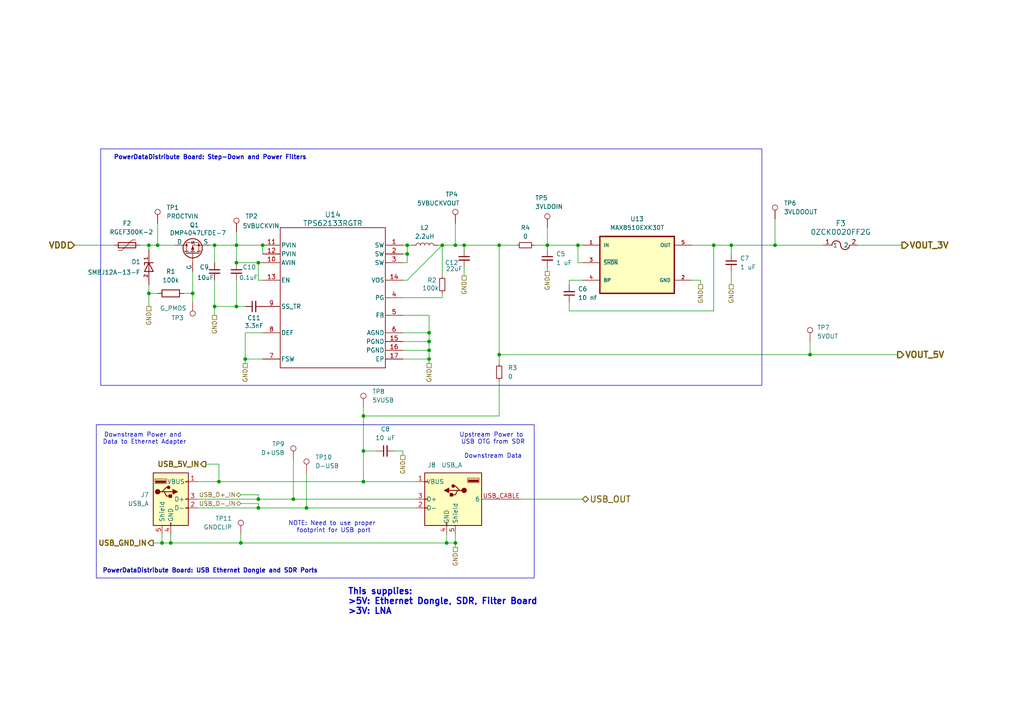
<source format=kicad_sch>
(kicad_sch (version 20231120) (generator "eeschema") (generator_version "8.0")
  (paper "A4")
  (title_block (title "PowerDataDistribute") (date "2025-03-30") (rev "Version 2.1"))
  (lib_symbols
    (symbol "Connector:TestPoint" (pin_numbers hide) (pin_names (offset 0.762) hide)
      (property "Reference" "TP" (at 0 6.858 0))
      (property "Value" "TestPoint" (at 0 5.08 0))
      (symbol "TestPoint_0_1"
        (circle (center 0 3.302) (radius 0.762))
      )
      (symbol "TestPoint_1_1"
        (pin passive line (at 0 0 90) (length 2.54) (name "1") (number "1"))
      )
    )
    (symbol "Connector:USB_A" (pin_names (offset 1.016))
      (property "Reference" "J" (at -5.08 11.43 0))
      (property "Value" "USB_A" (at -5.08 8.89 0))
      (symbol "USB_A_0_1"
        (rectangle (start -5.08 -7.62) (end 5.08 7.62) (stroke (width 0.254)) (fill (type background)))
        (circle (center -3.81 2.159) (radius 0.635) (stroke (width 0.254)) (fill (type outline)))
        (rectangle (start -1.524 4.826) (end -4.318 5.334) (fill (type outline)))
        (rectangle (start -1.27 4.572) (end -4.572 5.842))
        (circle (center -0.635 3.429) (radius 0.381) (stroke (width 0.254)) (fill (type outline)))
        (rectangle (start -0.127 -7.62) (end 0.127 -6.858))
        (polyline (pts (xy -3.175 2.159) (xy -2.54 2.159) (xy -1.27 3.429) (xy -0.635 3.429)) (stroke (width 0.254)))
        (polyline (pts (xy -2.54 2.159) (xy -1.905 2.159) (xy -1.27 0.889) (xy 0 0.889)) (stroke (width 0.254)))
        (polyline (pts (xy 0.635 2.794) (xy 0.635 1.524) (xy 1.905 2.159) (xy 0.635 2.794)) (stroke (width 0.254)) (fill (type outline)))
        (rectangle (start 0.254 1.27) (end -0.508 0.508) (stroke (width 0.254)) (fill (type outline)))
        (rectangle (start 5.08 -2.667) (end 4.318 -2.413))
        (rectangle (start 5.08 -0.127) (end 4.318 0.127))
        (rectangle (start 5.08 4.953) (end 4.318 5.207))
      )
      (symbol "USB_A_1_1"
        (polyline (pts (xy -1.905 2.159) (xy 0.635 2.159)) (stroke (width 0.254)))
        (pin power_in line (at 7.62 5.08 180) (length 2.54) (name "VBUS") (number "1"))
        (pin bidirectional line (at 7.62 -2.54 180) (length 2.54) (name "D-") (number "2"))
        (pin bidirectional line (at 7.62 0 180) (length 2.54) (name "D+") (number "3"))
        (pin power_in line (at 0 -10.16 90) (length 2.54) (name "GND") (number "4"))
        (pin passive line (at -2.54 -10.16 90) (length 2.54) (name "Shield") (number "5"))
      )
    )
    (symbol "Device:C_Small" (pin_numbers hide) (pin_names (offset 0.254) hide)
      (property "Reference" "C" (at 0.254 1.778 0))
      (property "Value" "C_Small" (at 0.254 -2.032 0))
      (symbol "C_Small_0_1"
        (polyline (pts (xy -1.524 -0.508) (xy 1.524 -0.508)) (stroke (width 0.3302)))
        (polyline (pts (xy -1.524 0.508) (xy 1.524 0.508)) (stroke (width 0.3048)))
      )
      (symbol "C_Small_1_1"
        (pin passive line (at 0 2.54 270) (length 2.032) (name "~") (number "1"))
        (pin passive line (at 0 -2.54 90) (length 2.032) (name "~") (number "2"))
      )
    )
    (symbol "Device:L" (pin_numbers hide) (pin_names (offset 1.016) hide)
      (property "Reference" "L" (at -1.27 0 90))
      (property "Value" "L" (at 1.905 0 90))
      (symbol "L_0_1"
        (arc (start 0 -2.54) (mid 0.6323 -1.905) (end 0 -1.27))
        (arc (start 0 -1.27) (mid 0.6323 -0.635) (end 0 0))
        (arc (start 0 0) (mid 0.6323 0.635) (end 0 1.27))
        (arc (start 0 1.27) (mid 0.6323 1.905) (end 0 2.54))
      )
      (symbol "L_1_1"
        (pin passive line (at 0 3.81 270) (length 1.27) (name "1") (number "1"))
        (pin passive line (at 0 -3.81 90) (length 1.27) (name "2") (number "2"))
      )
    )
    (symbol "Device:Polyfuse" (pin_numbers hide) (pin_names (offset 0))
      (property "Reference" "F" (at -2.54 0 90))
      (property "Value" "Polyfuse" (at 2.54 0 90))
      (symbol "Polyfuse_0_1"
        (rectangle (start -0.762 2.54) (end 0.762 -2.54) (stroke (width 0.254)))
        (polyline (pts (xy 0 2.54) (xy 0 -2.54)))
        (polyline (pts (xy -1.524 2.54) (xy -1.524 1.524) (xy 1.524 -1.524) (xy 1.524 -2.54)))
      )
      (symbol "Polyfuse_1_1"
        (pin passive line (at 0 3.81 270) (length 1.27) (name "~") (number "1"))
        (pin passive line (at 0 -3.81 90) (length 1.27) (name "~") (number "2"))
      )
    )
    (symbol "Device:R" (pin_numbers hide) (pin_names (offset 0))
      (property "Reference" "R" (at 2.032 0 90))
      (property "Value" "R" (at 0 0 90))
      (symbol "R_0_1"
        (rectangle (start -1.016 -2.54) (end 1.016 2.54) (stroke (width 0.254)))
      )
      (symbol "R_1_1"
        (pin passive line (at 0 3.81 270) (length 1.27) (name "~") (number "1"))
        (pin passive line (at 0 -3.81 90) (length 1.27) (name "~") (number "2"))
      )
    )
    (symbol "Device:R_Small" (pin_numbers hide) (pin_names (offset 0.254) hide)
      (property "Reference" "R" (at 0.762 0.508 0))
      (property "Value" "R_Small" (at 0.762 -1.016 0))
      (symbol "R_Small_0_1"
        (rectangle (start -0.762 1.778) (end 0.762 -1.778) (stroke (width 0.2032)))
      )
      (symbol "R_Small_1_1"
        (pin passive line (at 0 2.54 270) (length 0.762) (name "~") (number "1"))
        (pin passive line (at 0 -2.54 90) (length 0.762) (name "~") (number "2"))
      )
    )
    (symbol "Radio Telescope:0ZCK0020FF2G" (pin_names (offset 0.254))
      (property "Reference" "F" (at 5.08 3.175 0))
      (property "Value" "0ZCK0020FF2G" (at 5.08 -3.175 0))
      (symbol "0ZCK0020FF2G_0_1"
        (arc (start 5.08 0) (mid 3.81 1.2645) (end 2.54 0) (stroke (width 0.254)))
        (arc (start 5.08 0) (mid 6.35 -1.2645) (end 7.62 0) (stroke (width 0.254)))
        (pin unspecified line (at 0 0 0) (length 2.54) (name "1") (number "1"))
        (pin unspecified line (at 10.16 0 180) (length 2.54) (name "2") (number "2"))
      )
    )
    (symbol "Radio Telescope:MAX8510EXK30T" (pin_names (offset 1.016))
      (property "Reference" "U" (at -12.7 11.16 0))
      (property "Value" "MAX8510EXK30T" (at -8.89 -9.144 0))
      (symbol "MAX8510EXK30T_0_0"
        (rectangle (start -12.7 10.16) (end 8.89 -6.35) (stroke (width 0.41)) (fill (type background)))
        (pin input line (at -17.78 7.62 0) (length 5.08) (name "IN") (number "1"))
        (pin power_in line (at 13.97 -2.54 180) (length 5.08) (name "GND") (number "2"))
        (pin bidirectional line (at -17.78 2.54 0) (length 5.08) (name "~{SHDN}") (number "3"))
        (pin bidirectional line (at -17.78 -2.54 0) (length 5.08) (name "BP") (number "4"))
        (pin output line (at 13.97 7.62 180) (length 5.08) (name "OUT") (number "5"))
      )
    )
    (symbol "Radio Telescope:SMBJ5.0A-13-F" (pin_names (offset 1.016))
      (property "Reference" "D" (at -5.0835 2.4159 0))
      (property "Value" "SMBJ5.0A-13-F" (at -5.0854 -4.9611 0))
      (symbol "SMBJ5.0A-13-F_0_0"
        (polyline (pts (xy -1.27 -1.27) (xy -1.27 0)) (stroke (width 0.254)))
        (polyline (pts (xy -1.27 0) (xy -1.27 1.27)) (stroke (width 0.254)))
        (polyline (pts (xy -1.27 0) (xy 1.27 -1.27)) (stroke (width 0.254)))
        (polyline (pts (xy -0.635 -1.27) (xy -1.27 -1.27)) (stroke (width 0.254)))
        (polyline (pts (xy 1.27 -1.27) (xy 1.27 1.27)) (stroke (width 0.254)))
        (polyline (pts (xy 1.27 1.27) (xy -1.27 0)) (stroke (width 0.254)))
        (pin passive line (at -5.08 0 0) (length 5.08) (name "~") (number "1"))
        (pin passive line (at 5.08 0 180) (length 5.08) (name "~") (number "2"))
      )
    )
    (symbol "Radio Telescope:USB_A_WIRED"
      (property "Reference" "J" (at 0 0 0))
      (property "Value" "USB_A" (at -4.826 -0.762 0))
      (symbol "USB_A_WIRED_0_1"
        (rectangle (start -5.08 -2.54) (end 11.43 -17.78) (stroke (width 0.254)) (fill (type background)))
        (rectangle (start -1.27 -5.08) (end -4.064 -4.572) (fill (type outline)))
        (rectangle (start -1.016 -5.334) (end -4.318 -4.064))
        (circle (center 0 -7.62) (radius 0.635) (stroke (width 0.254)) (fill (type outline)))
        (polyline (pts (xy 0.635 -7.62) (xy 1.27 -7.62) (xy 2.54 -6.35) (xy 3.175 -6.35)) (stroke (width 0.254)))
        (polyline (pts (xy 1.27 -7.62) (xy 1.905 -7.62) (xy 2.54 -8.89) (xy 3.81 -8.89)) (stroke (width 0.254)))
        (polyline (pts (xy 4.445 -6.985) (xy 4.445 -8.255) (xy 5.715 -7.62) (xy 4.445 -6.985)) (stroke (width 0.254)) (fill (type outline)))
        (circle (center 3.175 -6.35) (radius 0.381) (stroke (width 0.254)) (fill (type outline)))
        (rectangle (start 4.064 -8.509) (end 3.302 -9.271) (stroke (width 0.254)) (fill (type outline)))
        (rectangle (start 4.953 -17.78) (end 5.207 -17.018))
        (rectangle (start 11.43 -12.827) (end 10.668 -12.573))
        (rectangle (start 11.43 -10.287) (end 10.668 -10.033))
        (rectangle (start 11.43 -5.207) (end 10.668 -4.953))
      )
      (symbol "USB_A_WIRED_1_1"
        (polyline (pts (xy 1.905 -7.62) (xy 4.445 -7.62)) (stroke (width 0.254)))
        (pin power_in line (at 13.97 -5.08 180) (length 2.54) (name "VBUS") (number "1"))
        (pin bidirectional line (at 13.97 -12.7 180) (length 2.54) (name "D-") (number "2"))
        (pin bidirectional line (at 13.97 -10.16 180) (length 2.54) (name "D+") (number "3"))
        (pin power_in line (at 5.08 -20.32 90) (length 2.54) (name "GND") (number "4"))
        (pin passive line (at 2.54 -20.32 90) (length 2.54) (name "Shield") (number "5"))
        (pin bidirectional line (at -16.51 -10.16 0) (length 11.43) (name "6") (number "USB_CABLE"))
      )
    )
    (symbol "Simulation_SPICE:PMOS" (pin_numbers hide) (pin_names (offset 0))
      (property "Reference" "Q" (at 5.08 1.27 0))
      (property "Value" "PMOS" (at 5.08 -1.27 0))
      (symbol "PMOS_0_1"
        (polyline (pts (xy 0.254 0) (xy -2.54 0)))
        (polyline (pts (xy 0.254 1.905) (xy 0.254 -1.905)) (stroke (width 0.254)))
        (polyline (pts (xy 0.762 -1.27) (xy 0.762 -2.286)) (stroke (width 0.254)))
        (polyline (pts (xy 0.762 0.508) (xy 0.762 -0.508)) (stroke (width 0.254)))
        (polyline (pts (xy 0.762 2.286) (xy 0.762 1.27)) (stroke (width 0.254)))
        (polyline (pts (xy 2.54 2.54) (xy 2.54 1.778)))
        (polyline (pts (xy 2.54 -2.54) (xy 2.54 0) (xy 0.762 0)))
        (polyline (pts (xy 0.762 1.778) (xy 3.302 1.778) (xy 3.302 -1.778) (xy 0.762 -1.778)))
        (polyline (pts (xy 2.286 0) (xy 1.27 0.381) (xy 1.27 -0.381) (xy 2.286 0)) (fill (type outline)))
        (polyline (pts (xy 2.794 -0.508) (xy 2.921 -0.381) (xy 3.683 -0.381) (xy 3.81 -0.254)))
        (polyline (pts (xy 3.302 -0.381) (xy 2.921 0.254) (xy 3.683 0.254) (xy 3.302 -0.381)))
        (circle (center 1.651 0) (radius 2.794) (stroke (width 0.254)))
        (circle (center 2.54 -1.778) (radius 0.254) (fill (type outline)))
        (circle (center 2.54 1.778) (radius 0.254) (fill (type outline)))
      )
      (symbol "PMOS_1_1"
        (pin passive line (at 2.54 5.08 270) (length 2.54) (name "D") (number "1"))
        (pin input line (at -5.08 0 0) (length 2.54) (name "G") (number "2"))
        (pin passive line (at 2.54 -5.08 90) (length 2.54) (name "S") (number "3"))
      )
    )
    (symbol "TPS62133RGTR:TPS62133RGTR" (pin_names (offset 0.254))
      (property "Reference" "U" (at 0 2.54 0))
      (property "Value" "TPS62133RGTR" (at 0 0 0))
      (symbol "TPS62133RGTR_0_1"
        (polyline (pts (xy -15.24 -20.32) (xy 15.24 -20.32)) (stroke (width 0.2032)))
        (polyline (pts (xy -15.24 20.32) (xy -15.24 -20.32)) (stroke (width 0.2032)))
        (polyline (pts (xy 15.24 -20.32) (xy 15.24 20.32)) (stroke (width 0.2032)))
        (polyline (pts (xy 15.24 20.32) (xy -15.24 20.32)) (stroke (width 0.2032)))
        (pin power_in line (at 20.32 15.24 180) (length 5.08) (name "SW") (number "1"))
        (pin power_in line (at -20.32 10.16 0) (length 5.08) (name "AVIN") (number "10"))
        (pin power_in line (at -20.32 15.24 0) (length 5.08) (name "PVIN") (number "11"))
        (pin power_in line (at -20.32 12.7 0) (length 5.08) (name "PVIN") (number "12"))
        (pin input line (at -20.32 5.08 0) (length 5.08) (name "EN") (number "13"))
        (pin input line (at 20.32 5.08 180) (length 5.08) (name "VOS") (number "14"))
        (pin power_in line (at 20.32 -12.7 180) (length 5.08) (name "PGND") (number "15"))
        (pin power_in line (at 20.32 -15.24 180) (length 5.08) (name "PGND") (number "16"))
        (pin power_in line (at 20.32 -17.78 180) (length 5.08) (name "EP") (number "17"))
        (pin power_in line (at 20.32 12.7 180) (length 5.08) (name "SW") (number "2"))
        (pin power_in line (at 20.32 10.16 180) (length 5.08) (name "SW") (number "3"))
        (pin open_collector line (at 20.32 0 180) (length 5.08) (name "PG") (number "4"))
        (pin input line (at 20.32 -5.08 180) (length 5.08) (name "FB") (number "5"))
        (pin power_in line (at 20.32 -10.16 180) (length 5.08) (name "AGND") (number "6"))
        (pin input line (at -20.32 -17.78 0) (length 5.08) (name "FSW") (number "7"))
        (pin input line (at -20.32 -10.16 0) (length 5.08) (name "DEF") (number "8"))
        (pin input line (at -20.32 -2.54 0) (length 5.08) (name "SS_TR") (number "9"))
      )
    )
  )
  (junction (at 105.41 120.65))
  (junction (at 45.72 71.12))
  (junction (at 105.41 130.81))
  (junction (at 118.11 73.66))
  (junction (at 132.08 157.48))
  (junction (at 224.79 71.12))
  (junction (at 76.2 71.12))
  (junction (at 63.5 139.7))
  (junction (at 62.23 88.9))
  (junction (at 74.93 147.32))
  (junction (at 88.9 147.32))
  (junction (at 74.93 144.78))
  (junction (at 105.41 139.7))
  (junction (at 207.01 71.12))
  (junction (at 134.62 71.12))
  (junction (at 124.46 99.06))
  (junction (at 74.93 76.2))
  (junction (at 124.46 104.14))
  (junction (at 144.78 71.12))
  (junction (at 124.46 96.52))
  (junction (at 46.99 157.48))
  (junction (at 68.58 76.2))
  (junction (at 43.18 71.12))
  (junction (at 43.18 85.09))
  (junction (at 158.75 71.12))
  (junction (at 68.58 88.9))
  (junction (at 144.78 102.87))
  (junction (at 124.46 101.6))
  (junction (at 55.88 85.09))
  (junction (at 212.09 71.12))
  (junction (at 85.09 144.78))
  (junction (at 128.27 71.12))
  (junction (at 118.11 71.12))
  (junction (at 62.23 71.12))
  (junction (at 234.95 102.87))
  (junction (at 132.08 71.12))
  (junction (at 71.12 104.14))
  (junction (at 69.85 157.48))
  (junction (at 129.54 157.48))
  (junction (at 68.58 71.12))
  (junction (at 49.53 157.48))
  (junction (at 167.64 71.12))
  (wire (pts (xy 62.23 81.28) (xy 62.23 88.9)))
  (wire (pts (xy 74.93 146.05) (xy 74.93 147.32)))
  (wire (pts (xy 74.93 144.78) (xy 85.09 144.78)))
  (wire (pts (xy 71.12 104.14) (xy 71.12 105.41)))
  (wire (pts (xy 69.85 154.94) (xy 69.85 157.48)))
  (wire (pts (xy 118.11 81.28) (xy 128.27 71.12)))
  (wire (pts (xy 118.11 71.12) (xy 119.38 71.12)))
  (wire (pts (xy 168.91 144.78) (xy 151.13 144.78)))
  (wire (pts (xy 49.53 154.94) (xy 49.53 157.48)))
  (wire (pts (xy 207.01 71.12) (xy 200.66 71.12)))
  (wire (pts (xy 46.99 157.48) (xy 49.53 157.48)))
  (wire (pts (xy 144.78 102.87) (xy 144.78 105.41)))
  (wire (pts (xy 124.46 99.06) (xy 124.46 101.6)))
  (wire (pts (xy 212.09 71.12) (xy 212.09 73.66)))
  (wire (pts (xy 55.88 85.09) (xy 55.88 87.63)))
  (wire (pts (xy 116.84 71.12) (xy 118.11 71.12)))
  (wire (pts (xy 76.2 96.52) (xy 71.12 96.52)))
  (wire (pts (xy 105.41 120.65) (xy 144.78 120.65)))
  (wire (pts (xy 71.12 104.14) (xy 76.2 104.14)))
  (wire (pts (xy 69.85 143.51) (xy 74.93 143.51)))
  (wire (pts (xy 224.79 71.12) (xy 238.76 71.12)))
  (wire (pts (xy 116.84 101.6) (xy 124.46 101.6)))
  (wire (pts (xy 68.58 71.12) (xy 76.2 71.12)))
  (wire (pts (xy 116.84 96.52) (xy 124.46 96.52)))
  (wire (pts (xy 124.46 104.14) (xy 124.46 105.41)))
  (wire (pts (xy 124.46 96.52) (xy 124.46 99.06)))
  (wire (pts (xy 74.93 76.2) (xy 76.2 76.2)))
  (wire (pts (xy 60.96 71.12) (xy 62.23 71.12)))
  (wire (pts (xy 62.23 88.9) (xy 62.23 91.44)))
  (wire (pts (xy 128.27 85.09) (xy 128.27 86.36)))
  (wire (pts (xy 144.78 71.12) (xy 144.78 102.87)))
  (wire (pts (xy 68.58 67.31) (xy 68.58 71.12)))
  (wire (pts (xy 124.46 91.44) (xy 124.46 96.52)))
  (wire (pts (xy 116.84 81.28) (xy 118.11 81.28)))
  (wire (pts (xy 118.11 76.2) (xy 118.11 73.66)))
  (wire (pts (xy 158.75 66.04) (xy 158.75 71.12)))
  (wire (pts (xy 134.62 71.12) (xy 134.62 72.39)))
  (wire (pts (xy 132.08 157.48) (xy 132.08 158.75)))
  (wire (pts (xy 43.18 72.39) (xy 43.18 71.12)))
  (wire (pts (xy 88.9 137.16) (xy 88.9 147.32)))
  (wire (pts (xy 68.58 81.28) (xy 68.58 88.9)))
  (wire (pts (xy 62.23 71.12) (xy 68.58 71.12)))
  (wire (pts (xy 129.54 154.94) (xy 129.54 157.48)))
  (wire (pts (xy 45.72 64.77) (xy 45.72 71.12)))
  (wire (pts (xy 40.64 71.12) (xy 43.18 71.12)))
  (wire (pts (xy 105.41 130.81) (xy 105.41 139.7)))
  (wire (pts (xy 118.11 73.66) (xy 118.11 71.12)))
  (wire (pts (xy 74.93 143.51) (xy 74.93 144.78)))
  (wire (pts (xy 69.85 146.05) (xy 74.93 146.05)))
  (wire (pts (xy 144.78 102.87) (xy 234.95 102.87)))
  (wire (pts (xy 132.08 154.94) (xy 132.08 157.48)))
  (wire (pts (xy 63.5 134.62) (xy 63.5 139.7)))
  (wire (pts (xy 224.79 63.5) (xy 224.79 71.12)))
  (wire (pts (xy 168.91 76.2) (xy 167.64 76.2)))
  (wire (pts (xy 207.01 90.17) (xy 207.01 71.12)))
  (wire (pts (xy 105.41 139.7) (xy 120.65 139.7)))
  (wire (pts (xy 71.12 96.52) (xy 71.12 104.14)))
  (wire (pts (xy 43.18 82.55) (xy 43.18 85.09)))
  (wire (pts (xy 158.75 71.12) (xy 158.75 72.39)))
  (wire (pts (xy 59.69 134.62) (xy 63.5 134.62)))
  (wire (pts (xy 134.62 71.12) (xy 132.08 71.12)))
  (wire (pts (xy 128.27 71.12) (xy 132.08 71.12)))
  (wire (pts (xy 116.84 76.2) (xy 118.11 76.2)))
  (wire (pts (xy 165.1 90.17) (xy 207.01 90.17)))
  (wire (pts (xy 132.08 64.77) (xy 132.08 71.12)))
  (wire (pts (xy 45.72 71.12) (xy 43.18 71.12)))
  (wire (pts (xy 68.58 76.2) (xy 74.93 76.2)))
  (wire (pts (xy 116.84 91.44) (xy 124.46 91.44)))
  (wire (pts (xy 158.75 71.12) (xy 167.64 71.12)))
  (wire (pts (xy 116.84 73.66) (xy 118.11 73.66)))
  (wire (pts (xy 203.2 81.28) (xy 203.2 82.55)))
  (wire (pts (xy 105.41 130.81) (xy 109.22 130.81)))
  (wire (pts (xy 49.53 157.48) (xy 69.85 157.48)))
  (wire (pts (xy 167.64 71.12) (xy 168.91 71.12)))
  (wire (pts (xy 45.72 71.12) (xy 50.8 71.12)))
  (wire (pts (xy 105.41 118.11) (xy 105.41 120.65)))
  (wire (pts (xy 165.1 81.28) (xy 165.1 82.55)))
  (wire (pts (xy 168.91 81.28) (xy 165.1 81.28)))
  (wire (pts (xy 248.92 71.12) (xy 261.62 71.12)))
  (wire (pts (xy 127 71.12) (xy 128.27 71.12)))
  (wire (pts (xy 114.3 130.81) (xy 116.84 130.81)))
  (wire (pts (xy 144.78 110.49) (xy 144.78 120.65)))
  (wire (pts (xy 212.09 71.12) (xy 224.79 71.12)))
  (wire (pts (xy 43.18 85.09) (xy 43.18 88.9)))
  (wire (pts (xy 43.18 85.09) (xy 45.72 85.09)))
  (wire (pts (xy 57.15 147.32) (xy 74.93 147.32)))
  (wire (pts (xy 212.09 78.74) (xy 212.09 82.55)))
  (wire (pts (xy 74.93 76.2) (xy 74.93 81.28)))
  (wire (pts (xy 85.09 133.35) (xy 85.09 144.78)))
  (wire (pts (xy 134.62 77.47) (xy 134.62 80.01)))
  (wire (pts (xy 68.58 88.9) (xy 71.12 88.9)))
  (wire (pts (xy 85.09 144.78) (xy 120.65 144.78)))
  (wire (pts (xy 74.93 147.32) (xy 88.9 147.32)))
  (wire (pts (xy 128.27 71.12) (xy 128.27 80.01)))
  (wire (pts (xy 144.78 71.12) (xy 149.86 71.12)))
  (wire (pts (xy 129.54 157.48) (xy 132.08 157.48)))
  (wire (pts (xy 234.95 99.06) (xy 234.95 102.87)))
  (wire (pts (xy 62.23 71.12) (xy 62.23 76.2)))
  (wire (pts (xy 234.95 102.87) (xy 260.35 102.87)))
  (wire (pts (xy 134.62 71.12) (xy 144.78 71.12)))
  (wire (pts (xy 200.66 81.28) (xy 203.2 81.28)))
  (wire (pts (xy 68.58 71.12) (xy 68.58 76.2)))
  (wire (pts (xy 154.94 71.12) (xy 158.75 71.12)))
  (wire (pts (xy 63.5 139.7) (xy 105.41 139.7)))
  (wire (pts (xy 69.85 157.48) (xy 129.54 157.48)))
  (wire (pts (xy 62.23 88.9) (xy 68.58 88.9)))
  (wire (pts (xy 116.84 130.81) (xy 116.84 132.08)))
  (wire (pts (xy 21.59 71.12) (xy 33.02 71.12)))
  (wire (pts (xy 76.2 71.12) (xy 76.2 73.66)))
  (wire (pts (xy 55.88 85.09) (xy 53.34 85.09)))
  (wire (pts (xy 57.15 144.78) (xy 74.93 144.78)))
  (wire (pts (xy 116.84 86.36) (xy 128.27 86.36)))
  (wire (pts (xy 76.2 81.28) (xy 74.93 81.28)))
  (wire (pts (xy 158.75 77.47) (xy 158.75 78.74)))
  (wire (pts (xy 44.45 157.48) (xy 46.99 157.48)))
  (wire (pts (xy 105.41 130.81) (xy 105.41 120.65)))
  (wire (pts (xy 88.9 147.32) (xy 120.65 147.32)))
  (wire (pts (xy 55.88 78.74) (xy 55.88 85.09)))
  (wire (pts (xy 165.1 87.63) (xy 165.1 90.17)))
  (wire (pts (xy 124.46 101.6) (xy 124.46 104.14)))
  (wire (pts (xy 207.01 71.12) (xy 212.09 71.12)))
  (wire (pts (xy 167.64 76.2) (xy 167.64 71.12)))
  (wire (pts (xy 116.84 99.06) (xy 124.46 99.06)))
  (wire (pts (xy 116.84 104.14) (xy 124.46 104.14)))
  (wire (pts (xy 57.15 139.7) (xy 63.5 139.7)))
  (wire (pts (xy 46.99 157.48) (xy 46.99 154.94)))
  (rectangle (start 27.94 123.19) (end 154.94 167.64))
  (rectangle (start 29.21 43.18) (end 220.98 111.76))
  (text "NOTE: Need to use proper \nfootprint for USB port" (at 96.774 152.908 0) (effects (font (size 1.27 1.27))))
  (text "PowerDataDistribute Board: USB Ethernet Dongle and SDR Ports" (at 60.96 165.608 0) (effects (font (size 1.27 1.27) (thickness 0.254) (bold yes))))
  (text "Downstream Power and \nData to Ethernet Adapter" (at 41.91 127.254 0) (effects (font (size 1.27 1.27))))
  (text "Upstream Power to \nUSB OTG from SDR\n\nDownstream Data" (at 143.002 129.286 0) (effects (font (size 1.27 1.27))))
  (text "This supplies:\n>5V: Ethernet Dongle, SDR, Filter Board\n>3V: LNA" (at 100.838 174.498 0) (effects (font (size 1.778 1.778) (thickness 0.3556) (bold yes)) (justify left)))
  (text "PowerDataDistribute Board: Step-Down and Power Filters" (at 60.96 45.72 0) (effects (font (size 1.27 1.27) (thickness 0.254) (bold yes))))
  (hierarchical_label "VDD" (shape input) (at 21.59 71.12 180) (effects (font (size 1.778 1.778) (thickness 0.3556) (bold yes))))
  (hierarchical_label "USB_D-_IN" (shape bidirectional) (at 69.85 146.05 180))
  (hierarchical_label "GND" (shape passive) (at 212.09 82.55 270))
  (hierarchical_label "USB_D+_IN" (shape bidirectional) (at 69.85 143.51 180))
  (hierarchical_label "GND" (shape passive) (at 134.62 80.01 270))
  (hierarchical_label "GND" (shape passive) (at 203.2 82.55 270))
  (hierarchical_label "USB_5V_IN" (shape output) (at 59.69 134.62 180) (effects (font (size 1.524 1.524) (thickness 0.3048) (bold yes))))
  (hierarchical_label "USB_GND_IN" (shape output) (at 44.45 157.48 180) (effects (font (size 1.524 1.524) (thickness 0.3048) (bold yes))))
  (hierarchical_label "GND" (shape passive) (at 116.84 132.08 270))
  (hierarchical_label "GND" (shape passive) (at 43.18 88.9 270))
  (hierarchical_label "GND" (shape passive) (at 62.23 91.44 270))
  (hierarchical_label "GND" (shape passive) (at 132.08 158.75 270))
  (hierarchical_label "VOUT_3V" (shape output) (at 261.62 71.12 0) (effects (font (size 1.778 1.778) (thickness 0.3556) (bold yes))))
  (hierarchical_label "GND" (shape passive) (at 71.12 105.41 270))
  (hierarchical_label "USB_OUT" (shape bidirectional) (at 168.91 144.78 0) (effects (font (size 1.778 1.778) (thickness 0.254) (bold yes))))
  (hierarchical_label "GND" (shape passive) (at 124.46 105.41 270))
  (hierarchical_label "GND" (shape passive) (at 158.75 78.74 270))
  (hierarchical_label "VOUT_5V" (shape output) (at 260.35 102.87 0) (effects (font (size 1.778 1.778) (thickness 0.3556) (bold yes))))
  (symbol (lib_id "Connector:TestPoint") (at 55.88 87.63 180) (unit 1)
    (property "Reference" "TP3" (at 53.34 92.2021 0) (effects (justify left)))
    (property "Value" "G_PMOS" (at 54.102 89.408 0) (effects (justify left)))
    (property "Footprint" "Library:TestPoint_Pad_D1.0mm_Edit" (effects (hide yes)))
    (property "Description" "test point" (effects (hide yes)))
  )
  (symbol (lib_id "Connector:TestPoint") (at 85.09 133.35 0) (mirror y) (unit 1)
    (property "Reference" "TP9" (at 82.55 128.7779 0) (effects (justify left)))
    (property "Value" "D+USB" (at 82.55 131.3179 0) (effects (justify left)))
    (property "Footprint" "Library:TestPoint_Pad_D1.0mm_Edit" (effects (hide yes)))
    (property "Description" "test point" (effects (hide yes)))
  )
  (symbol (lib_id "Radio Telescope:SMBJ5.0A-13-F") (at 43.18 77.47 270) (unit 1)
    (property "Reference" "D1" (at 38.1 75.946 90) (effects (justify left)))
    (property "Value" "SMBJ12A-13-F" (at 25.4 78.994 90) (effects (justify left)))
    (property "Footprint" "Library:SMB_DIO" (effects (hide yes)))
    (property "MAXIMUM_PACKAGE_HEIGHT" "2.50mm" (effects (hide yes)))
    (property "PARTREV" "20 - 2" (effects (hide yes)))
    (property "MANUFACTURER" "Diodes Inc." (effects (hide yes)))
    (property "SNAPEDA_PACKAGE_ID" "7518" (effects (hide yes)))
    (property "STANDARD" "IPC 7351B" (effects (hide yes)))
  )
  (symbol (lib_id "Connector:TestPoint") (at 158.75 66.04 0) (unit 1)
    (property "Reference" "TP5" (at 155.194 57.404 0) (effects (justify left)))
    (property "Value" "3VLDOIN" (at 155.194 59.944 0) (effects (justify left)))
    (property "Footprint" "Library:TestPoint_Pad_D1.0mm_Edit" (effects (hide yes)))
    (property "Description" "test point" (effects (hide yes)))
  )
  (symbol (lib_id "Device:L") (at 123.19 71.12 90) (unit 1)
    (property "Reference" "L2" (at 123.19 66.04 90))
    (property "Value" "2.2uH" (at 123.19 68.58 90))
    (property "Footprint" "Library:IND_CB_DRA73" (effects (hide yes)))
    (property "Description" "Inductor" (effects (hide yes)))
  )
  (symbol (lib_id "Connector:TestPoint") (at 224.79 63.5 0) (unit 1)
    (property "Reference" "TP6" (at 227.33 58.9279 0) (effects (justify left)))
    (property "Value" "3VLDOOUT" (at 227.33 61.4679 0) (effects (justify left)))
    (property "Footprint" "Library:TestPoint_Pad_D1.0mm_Edit" (effects (hide yes)))
    (property "Description" "test point" (effects (hide yes)))
  )
  (symbol (lib_id "Device:Polyfuse") (at 36.83 71.12 90) (unit 1)
    (property "Reference" "F2" (at 36.83 64.77 90))
    (property "Value" "RGEF300K-2" (at 38.1 67.31 90))
    (property "Footprint" "Library:RGEF300K-2" (effects (hide yes)))
    (property "Description" "Resettable fuse, polymeric positive temperature coefficient" (effects (hide yes)))
  )
  (symbol (lib_id "Radio Telescope:USB_A_WIRED") (at 134.62 134.62 0) (mirror y) (unit 1)
    (property "Reference" "J8" (at 125.222 134.874 0))
    (property "Value" "USB_A" (at 131.064 134.874 0))
    (property "Footprint" "Library:CONN_AU-Y1005-2_ASM" (effects (hide yes)))
  )
  (symbol (lib_id "Simulation_SPICE:PMOS") (at 55.88 73.66 90) (unit 1)
    (property "Reference" "Q1" (at 56.388 65.278 90))
    (property "Value" "DMP4047LFDE-7" (at 57.404 67.564 90))
    (property "Footprint" "Library:U-DFN2020-6_DIO" (effects (hide yes)))
    (property "Datasheet" "https://ngspice.sourceforge.io/docs/ngspice-html-manual/manual.xhtml#cha_MOSFETs" (effects (hide yes)))
    (property "Description" "P-MOSFET transistor, drain/source/gate" (effects (hide yes)))
    (property "Sim.Device" "PMOS" (effects (hide yes)))
    (property "Sim.Type" "VDMOS" (effects (hide yes)))
    (property "Sim.Pins" "1=D 2=G 3=S" (effects (hide yes)))
  )
  (symbol (lib_id "Connector:TestPoint") (at 69.85 154.94 0) (mirror y) (unit 1)
    (property "Reference" "TP11" (at 67.31 150.3679 0) (effects (justify left)))
    (property "Value" "GNDCLIP" (at 67.31 152.9079 0) (effects (justify left)))
    (property "Footprint" "Library:TestPoint_Pad_4.0x4.0mm_Edit" (effects (hide yes)))
    (property "Description" "test point" (effects (hide yes)))
  )
  (symbol (lib_id "Device:C_Small") (at 158.75 74.93 0) (unit 1)
    (property "Reference" "C5" (at 161.29 73.6662 0) (effects (justify left)))
    (property "Value" "1 uF" (at 161.29 76.2062 0) (effects (justify left)))
    (property "Footprint" "Capacitor_SMD:C_0805_2012Metric" (effects (hide yes)))
    (property "Description" "Unpolarized capacitor, small symbol" (effects (hide yes)))
  )
  (symbol (lib_id "Device:R_Small") (at 152.4 71.12 270) (unit 1)
    (property "Reference" "R4" (at 152.4 66.04 90))
    (property "Value" "0" (at 152.4 68.58 90))
    (property "Footprint" "Resistor_SMD:R_0805_2012Metric" (effects (hide yes)))
    (property "Description" "Resistor, small symbol" (effects (hide yes)))
  )
  (symbol (lib_id "Radio Telescope:MAX8510EXK30T") (at 186.69 78.74 0) (unit 1)
    (property "Reference" "U13" (at 184.785 63.5 0))
    (property "Value" "MAX8510EXK30T" (at 184.785 66.04 0))
    (property "Footprint" "Library:SOT65P210X110-5N" (effects (hide yes)))
  )
  (symbol (lib_id "TPS62133RGTR:TPS62133RGTR") (at 96.52 86.36 0) (unit 1)
    (property "Reference" "U14" (at 96.52 62.23 0) (effects (font (size 1.524 1.524))))
    (property "Value" "TPS62133RGTR" (at 96.52 64.77 0) (effects (font (size 1.524 1.524))))
    (property "Footprint" "Library:RGT0016C" (effects (hide yes)))
    (property "Datasheet" "https://www.ti.com/lit/ds/symlink/tps62130.pdf?HQS=dis-dk-null-digikeymode-dsf-pf-null-wwe&ts=1743207300295" (effects (hide yes)))
  )
  (symbol (lib_id "Connector:TestPoint") (at 68.58 67.31 0) (unit 1)
    (property "Reference" "TP2" (at 71.12 62.7379 0) (effects (justify left)))
    (property "Value" "5VBUCKVIN" (at 70.358 65.532 0) (effects (justify left)))
    (property "Footprint" "Library:TestPoint_Pad_D1.0mm_Edit" (effects (hide yes)))
    (property "Description" "test point" (effects (hide yes)))
  )
  (symbol (lib_id "Connector:TestPoint") (at 105.41 118.11 0) (unit 1)
    (property "Reference" "TP8" (at 107.95 113.5379 0) (effects (justify left)))
    (property "Value" "5VUSB" (at 107.95 116.0779 0) (effects (justify left)))
    (property "Footprint" "Library:TestPoint_Pad_D1.0mm_Edit" (effects (hide yes)))
    (property "Description" "test point" (effects (hide yes)))
  )
  (symbol (lib_id "Device:C_Small") (at 62.23 78.74 0) (unit 1)
    (property "Reference" "C9" (at 57.912 77.47 0) (effects (justify left)))
    (property "Value" "10uF" (at 57.15 80.518 0) (effects (justify left)))
    (property "Footprint" "Capacitor_SMD:C_0805_2012Metric" (effects (hide yes)))
    (property "Description" "Unpolarized capacitor, small symbol" (effects (hide yes)))
  )
  (symbol (lib_id "Device:C_Small") (at 68.58 78.74 0) (unit 1)
    (property "Reference" "C10" (at 70.358 77.47 0) (effects (justify left)))
    (property "Value" "0.1uF" (at 69.342 80.518 0) (effects (justify left)))
    (property "Footprint" "Capacitor_SMD:C_0805_2012Metric" (effects (hide yes)))
    (property "Description" "Unpolarized capacitor, small symbol" (effects (hide yes)))
  )
  (symbol (lib_id "Device:R_Small") (at 128.27 82.55 0) (unit 1)
    (property "Reference" "R2" (at 123.952 81.28 0) (effects (justify left)))
    (property "Value" "100k" (at 122.428 83.566 0) (effects (justify left)))
    (property "Footprint" "Resistor_SMD:R_0805_2012Metric" (effects (hide yes)))
    (property "Description" "Resistor, small symbol" (effects (hide yes)))
  )
  (symbol (lib_id "Device:R") (at 49.53 85.09 270) (unit 1)
    (property "Reference" "R1" (at 49.53 78.74 90))
    (property "Value" "100k" (at 49.53 81.28 90))
    (property "Footprint" "Resistor_SMD:R_0805_2012Metric" (effects (hide yes)))
    (property "Description" "Resistor" (effects (hide yes)))
  )
  (symbol (lib_id "Radio Telescope:0ZCK0020FF2G") (at 238.76 71.12 0) (unit 1)
    (property "Reference" "F3" (at 243.84 64.77 0) (effects (font (size 1.524 1.524))))
    (property "Value" "0ZCK0020FF2G" (at 243.84 67.31 0) (effects (font (size 1.524 1.524))))
    (property "Footprint" "Library:0ZCK_BEL" (effects (hide yes)))
    (property "Datasheet" "0ZCK0020FF2G" (effects (hide yes)))
  )
  (symbol (lib_id "Device:R_Small") (at 144.78 107.95 180) (unit 1)
    (property "Reference" "R3" (at 147.32 106.6799 0) (effects (justify right)))
    (property "Value" "0" (at 147.32 109.2199 0) (effects (justify right)))
    (property "Footprint" "Resistor_SMD:R_0805_2012Metric" (effects (hide yes)))
    (property "Description" "Resistor, small symbol" (effects (hide yes)))
  )
  (symbol (lib_id "Device:C_Small") (at 212.09 76.2 0) (unit 1)
    (property "Reference" "C7" (at 214.63 74.9362 0) (effects (justify left)))
    (property "Value" "1 uF" (at 214.63 77.4762 0) (effects (justify left)))
    (property "Footprint" "Capacitor_SMD:C_0805_2012Metric" (effects (hide yes)))
    (property "Description" "Unpolarized capacitor, small symbol" (effects (hide yes)))
  )
  (symbol (lib_id "Connector:TestPoint") (at 132.08 64.77 0) (mirror y) (unit 1)
    (property "Reference" "TP4" (at 132.842 56.388 0) (effects (justify left)))
    (property "Value" "5VBUCKVOUT" (at 133.35 58.928 0) (effects (justify left)))
    (property "Footprint" "Library:TestPoint_Pad_D1.0mm_Edit" (effects (hide yes)))
    (property "Description" "test point" (effects (hide yes)))
  )
  (symbol (lib_id "Connector:TestPoint") (at 88.9 137.16 0) (unit 1)
    (property "Reference" "TP10" (at 91.44 132.5879 0) (effects (justify left)))
    (property "Value" "D-USB" (at 91.44 135.1279 0) (effects (justify left)))
    (property "Footprint" "Library:TestPoint_Pad_D1.0mm_Edit" (effects (hide yes)))
    (property "Description" "test point" (effects (hide yes)))
  )
  (symbol (lib_id "Connector:TestPoint") (at 45.72 64.77 0) (unit 1)
    (property "Reference" "TP1" (at 48.26 60.1979 0) (effects (justify left)))
    (property "Value" "PROCTVIN" (at 48.26 62.7379 0) (effects (justify left)))
    (property "Footprint" "Library:TestPoint_Pad_D1.0mm_Edit" (effects (hide yes)))
    (property "Description" "test point" (effects (hide yes)))
  )
  (symbol (lib_id "Device:C_Small") (at 134.62 74.93 0) (unit 1)
    (property "Reference" "C12" (at 129.032 76.2 0) (effects (justify left)))
    (property "Value" "22uF" (at 129.286 77.978 0) (effects (justify left)))
    (property "Footprint" "Capacitor_SMD:C_0805_2012Metric" (effects (hide yes)))
    (property "Description" "Unpolarized capacitor, small symbol" (effects (hide yes)))
  )
  (symbol (lib_id "Device:C_Small") (at 111.76 130.81 90) (unit 1)
    (property "Reference" "C8" (at 111.7663 124.46 90))
    (property "Value" "10 uF" (at 111.7663 127 90))
    (property "Footprint" "Capacitor_SMD:C_0805_2012Metric" (effects (hide yes)))
    (property "Description" "Unpolarized capacitor, small symbol" (effects (hide yes)))
  )
  (symbol (lib_id "Device:C_Small") (at 165.1 85.09 180) (unit 1)
    (property "Reference" "C6" (at 167.64 83.8135 0) (effects (justify right)))
    (property "Value" "10 nf" (at 167.64 86.3535 0) (effects (justify right)))
    (property "Footprint" "Capacitor_SMD:C_0805_2012Metric" (effects (hide yes)))
    (property "Description" "Unpolarized capacitor, small symbol" (effects (hide yes)))
  )
  (symbol (lib_id "Connector:TestPoint") (at 234.95 99.06 0) (unit 1)
    (property "Reference" "TP7" (at 236.982 94.996 0) (effects (justify left)))
    (property "Value" "5VOUT" (at 236.982 97.536 0) (effects (justify left)))
    (property "Footprint" "Library:TestPoint_Pad_D1.0mm_Edit" (effects (hide yes)))
    (property "Description" "test point" (effects (hide yes)))
  )
  (symbol (lib_id "Connector:USB_A") (at 49.53 144.78 0) (unit 1)
    (property "Reference" "J7" (at 43.18 143.5099 0) (effects (justify right)))
    (property "Value" "USB_A" (at 43.18 146.0499 0) (effects (justify right)))
    (property "Footprint" "Library:CONN_AU-Y1005-2_ASM" (effects (hide yes)))
    (property "Description" "USB Type A connector" (effects (hide yes)))
  )
  (symbol (lib_id "Device:C_Small") (at 73.66 88.9 90) (unit 1)
    (property "Reference" "C11" (at 73.66 92.202 90))
    (property "Value" "3.3nF" (at 73.66 94.488 90))
    (property "Footprint" "Capacitor_SMD:C_0805_2012Metric" (effects (hide yes)))
    (property "Description" "Unpolarized capacitor, small symbol" (effects (hide yes)))
  )
)
</source>
